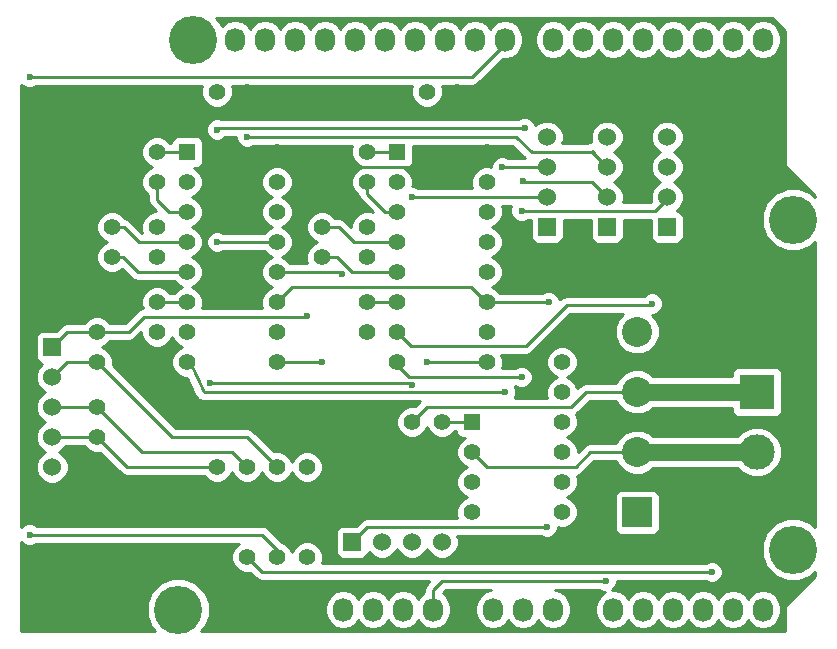
<source format=gtl>
G04 (created by PCBNEW (2013-june-11)-stable) date Sat 23 Jun 2018 09:18:03 EDT*
%MOIN*%
G04 Gerber Fmt 3.4, Leading zero omitted, Abs format*
%FSLAX34Y34*%
G01*
G70*
G90*
G04 APERTURE LIST*
%ADD10C,0.00393701*%
%ADD11O,0.068X0.08*%
%ADD12C,0.16*%
%ADD13C,0.055*%
%ADD14R,0.06X0.06*%
%ADD15C,0.06*%
%ADD16R,0.055X0.055*%
%ADD17R,0.1181X0.1181*%
%ADD18C,0.1181*%
%ADD19R,0.1X0.1*%
%ADD20C,0.1*%
%ADD21C,0.023622*%
%ADD22C,0.00984252*%
%ADD23C,0.0551181*%
%ADD24C,0.01*%
G04 APERTURE END LIST*
G54D10*
G54D11*
X54700Y-48750D03*
X55700Y-48750D03*
X56700Y-48750D03*
X57700Y-48750D03*
X58700Y-48750D03*
X59700Y-48750D03*
X60700Y-48750D03*
X61700Y-48750D03*
X63700Y-48750D03*
X64700Y-48750D03*
X65700Y-48750D03*
X66700Y-48750D03*
X67700Y-48750D03*
X68700Y-48750D03*
X51100Y-29750D03*
X52100Y-29750D03*
X53100Y-29750D03*
X54100Y-29750D03*
X55100Y-29750D03*
X56100Y-29750D03*
X57100Y-29750D03*
X58100Y-29750D03*
X59100Y-29750D03*
X60100Y-29750D03*
X61700Y-29750D03*
X62700Y-29750D03*
X63700Y-29750D03*
X64700Y-29750D03*
X65700Y-29750D03*
X66700Y-29750D03*
X67700Y-29750D03*
X68700Y-29750D03*
G54D12*
X49200Y-48750D03*
X69700Y-46750D03*
X49700Y-29750D03*
X69700Y-35750D03*
G54D13*
X46500Y-43000D03*
X46500Y-42000D03*
X46500Y-40500D03*
X46500Y-39500D03*
X62000Y-41500D03*
X62000Y-40500D03*
X57000Y-42500D03*
X58000Y-42500D03*
G54D14*
X45000Y-40000D03*
G54D15*
X45000Y-41000D03*
X45000Y-42000D03*
X45000Y-43000D03*
X45000Y-44000D03*
G54D14*
X65500Y-36000D03*
G54D15*
X65500Y-35000D03*
X65500Y-34000D03*
X65500Y-33000D03*
G54D14*
X63500Y-36000D03*
G54D15*
X63500Y-35000D03*
X63500Y-34000D03*
X63500Y-33000D03*
G54D14*
X61500Y-36000D03*
G54D15*
X61500Y-35000D03*
X61500Y-34000D03*
X61500Y-33000D03*
G54D16*
X59000Y-42500D03*
G54D13*
X59000Y-43500D03*
X59000Y-44500D03*
X59000Y-45500D03*
X62000Y-45500D03*
X62000Y-44500D03*
X62000Y-43500D03*
X62000Y-42500D03*
G54D16*
X50500Y-47000D03*
G54D13*
X51500Y-47000D03*
X52500Y-47000D03*
X53500Y-47000D03*
X53500Y-44000D03*
X52500Y-44000D03*
X51500Y-44000D03*
X50500Y-44000D03*
G54D16*
X56500Y-33500D03*
G54D13*
X56500Y-34500D03*
X56500Y-35500D03*
X56500Y-36500D03*
X56500Y-37500D03*
X56500Y-38500D03*
X56500Y-39500D03*
X56500Y-40500D03*
X59500Y-40500D03*
X59500Y-39500D03*
X59500Y-38500D03*
X59500Y-37500D03*
X59500Y-36500D03*
X59500Y-35500D03*
X59500Y-34500D03*
X59500Y-33500D03*
G54D16*
X49500Y-33500D03*
G54D13*
X49500Y-34500D03*
X49500Y-35500D03*
X49500Y-36500D03*
X49500Y-37500D03*
X49500Y-38500D03*
X49500Y-39500D03*
X49500Y-40500D03*
X52500Y-40500D03*
X52500Y-39500D03*
X52500Y-38500D03*
X52500Y-37500D03*
X52500Y-36500D03*
X52500Y-35500D03*
X52500Y-34500D03*
X52500Y-33500D03*
X48500Y-38500D03*
X48500Y-39500D03*
X51500Y-31500D03*
X50500Y-31500D03*
X47000Y-36000D03*
X47000Y-37000D03*
X48500Y-36000D03*
X48500Y-37000D03*
X55500Y-33500D03*
X55500Y-34500D03*
X55500Y-36000D03*
X55500Y-37000D03*
X54000Y-36000D03*
X54000Y-37000D03*
X55500Y-38500D03*
X55500Y-39500D03*
X58500Y-31500D03*
X57500Y-31500D03*
X48500Y-33500D03*
X48500Y-34500D03*
G54D17*
X68500Y-41500D03*
G54D18*
X68500Y-43500D03*
G54D19*
X64500Y-45511D03*
G54D20*
X64500Y-43503D03*
X64500Y-41496D03*
X64500Y-39488D03*
G54D14*
X55000Y-46500D03*
G54D15*
X56000Y-46500D03*
X57000Y-46500D03*
X58000Y-46500D03*
G54D21*
X63450Y-47800D03*
X67000Y-47500D03*
X44250Y-46250D03*
X44250Y-31000D03*
X61500Y-46000D03*
X61550Y-38500D03*
X54000Y-40500D03*
X54650Y-37550D03*
X57500Y-40500D03*
X60650Y-35450D03*
X60650Y-41000D03*
X50500Y-36500D03*
X50500Y-32750D03*
X60700Y-34450D03*
X60750Y-32700D03*
X60000Y-34000D03*
X60100Y-41500D03*
X65000Y-38550D03*
X51500Y-33000D03*
X50250Y-41200D03*
X57000Y-41250D03*
X57000Y-35000D03*
X53500Y-38950D03*
G54D22*
X57700Y-48100D02*
X57700Y-48750D01*
X58000Y-47800D02*
X57700Y-48100D01*
X63450Y-47800D02*
X58000Y-47800D01*
X59500Y-33500D02*
X59500Y-33550D01*
X53000Y-34000D02*
X52500Y-33500D01*
X59050Y-34000D02*
X53000Y-34000D01*
X59500Y-33550D02*
X59050Y-34000D01*
X67000Y-47500D02*
X66700Y-47500D01*
X51500Y-47000D02*
X52000Y-47500D01*
X66700Y-47500D02*
X64200Y-47500D01*
X64200Y-47500D02*
X52000Y-47500D01*
X60100Y-29750D02*
X60100Y-29900D01*
X52500Y-46750D02*
X52000Y-46250D01*
X52000Y-46250D02*
X44250Y-46250D01*
X52500Y-46750D02*
X52500Y-47000D01*
X59000Y-31000D02*
X44250Y-31000D01*
X60100Y-29900D02*
X59000Y-31000D01*
X55000Y-46500D02*
X55500Y-46000D01*
X55500Y-46000D02*
X61500Y-46000D01*
X59500Y-38500D02*
X59450Y-38500D01*
X53000Y-38000D02*
X52500Y-38500D01*
X58950Y-38000D02*
X53000Y-38000D01*
X59450Y-38500D02*
X58950Y-38000D01*
X61550Y-38500D02*
X59500Y-38500D01*
X54000Y-40500D02*
X52500Y-40500D01*
X54600Y-37500D02*
X54650Y-37550D01*
X52500Y-37500D02*
X54600Y-37500D01*
X57500Y-40500D02*
X59500Y-40500D01*
X58000Y-42500D02*
X59000Y-42500D01*
X64500Y-41496D02*
X62803Y-41496D01*
X57500Y-42000D02*
X57000Y-42500D01*
X62300Y-42000D02*
X57500Y-42000D01*
X62803Y-41496D02*
X62300Y-42000D01*
G54D23*
X68500Y-41500D02*
X64503Y-41500D01*
X64503Y-41500D02*
X64500Y-41496D01*
G54D22*
X47000Y-36000D02*
X47400Y-36000D01*
X47900Y-36500D02*
X49500Y-36500D01*
X47400Y-36000D02*
X47900Y-36500D01*
X49500Y-33500D02*
X48500Y-33500D01*
X50500Y-44000D02*
X47500Y-44000D01*
X47500Y-44000D02*
X46500Y-43000D01*
X46500Y-43000D02*
X45000Y-43000D01*
X56500Y-40500D02*
X56500Y-40600D01*
X65500Y-35050D02*
X65500Y-35000D01*
X65100Y-35450D02*
X65500Y-35050D01*
X60650Y-35450D02*
X65100Y-35450D01*
X56900Y-41000D02*
X60650Y-41000D01*
X56500Y-40600D02*
X56900Y-41000D01*
X48500Y-38500D02*
X49500Y-38500D01*
X54500Y-32700D02*
X50550Y-32700D01*
X50500Y-36500D02*
X52500Y-36500D01*
X50550Y-32700D02*
X50500Y-32750D01*
X63500Y-35000D02*
X63000Y-34500D01*
X60750Y-34500D02*
X63000Y-34500D01*
X60700Y-34450D02*
X60750Y-34500D01*
X54500Y-32700D02*
X54500Y-32700D01*
X54500Y-32700D02*
X60750Y-32700D01*
X49500Y-40500D02*
X49600Y-40500D01*
X60000Y-34000D02*
X61500Y-34000D01*
X50050Y-41500D02*
X60100Y-41500D01*
X49600Y-40500D02*
X50050Y-41500D01*
X56950Y-39950D02*
X56500Y-39500D01*
X60800Y-39950D02*
X56950Y-39950D01*
X62150Y-38600D02*
X60800Y-39950D01*
X64950Y-38600D02*
X62150Y-38600D01*
X65000Y-38550D02*
X64950Y-38600D01*
X54750Y-33000D02*
X54800Y-33000D01*
X54800Y-33000D02*
X60450Y-33000D01*
X60450Y-33000D02*
X61000Y-33500D01*
X61000Y-33500D02*
X63050Y-33500D01*
X63050Y-33500D02*
X63000Y-33450D01*
X63000Y-33450D02*
X63000Y-33500D01*
X63000Y-33500D02*
X63500Y-34000D01*
X51500Y-33000D02*
X54750Y-33000D01*
X61500Y-35000D02*
X57000Y-35000D01*
X56950Y-41200D02*
X50250Y-41200D01*
X57000Y-41250D02*
X56950Y-41200D01*
X46500Y-39500D02*
X47550Y-39500D01*
X53450Y-39000D02*
X53500Y-38950D01*
X48050Y-39000D02*
X53450Y-39000D01*
X47550Y-39500D02*
X48050Y-39000D01*
X46500Y-39500D02*
X45500Y-39500D01*
X45500Y-39500D02*
X45000Y-40000D01*
X52500Y-44000D02*
X51500Y-43000D01*
X49000Y-43000D02*
X46500Y-40500D01*
X51500Y-43000D02*
X49000Y-43000D01*
X46500Y-40500D02*
X45500Y-40500D01*
X45500Y-40500D02*
X45000Y-41000D01*
X47000Y-37000D02*
X47350Y-37000D01*
X47850Y-37500D02*
X49500Y-37500D01*
X47350Y-37000D02*
X47850Y-37500D01*
X54000Y-36000D02*
X54550Y-36000D01*
X55050Y-36500D02*
X56500Y-36500D01*
X54550Y-36000D02*
X55050Y-36500D01*
X55500Y-33500D02*
X56500Y-33500D01*
X55500Y-38500D02*
X56500Y-38500D01*
X54000Y-37000D02*
X54500Y-37000D01*
X55000Y-37500D02*
X56500Y-37500D01*
X54500Y-37000D02*
X55000Y-37500D01*
X55500Y-34500D02*
X55500Y-34900D01*
X56100Y-35500D02*
X56500Y-35500D01*
X55500Y-34900D02*
X56100Y-35500D01*
X48500Y-34500D02*
X48500Y-35100D01*
X48900Y-35500D02*
X49500Y-35500D01*
X48500Y-35100D02*
X48900Y-35500D01*
X51500Y-44000D02*
X51000Y-43500D01*
X48000Y-43500D02*
X46500Y-42000D01*
X51000Y-43500D02*
X48000Y-43500D01*
X46500Y-42000D02*
X45000Y-42000D01*
X64500Y-43503D02*
X62946Y-43503D01*
X59500Y-44000D02*
X59000Y-43500D01*
X62450Y-44000D02*
X59500Y-44000D01*
X62946Y-43503D02*
X62450Y-44000D01*
G54D23*
X68500Y-43500D02*
X64503Y-43500D01*
X64503Y-43500D02*
X64500Y-43503D01*
G54D10*
G36*
X60775Y-33700D02*
X60221Y-33700D01*
X60208Y-33688D01*
X60073Y-33631D01*
X59927Y-33631D01*
X59791Y-33687D01*
X59688Y-33791D01*
X59631Y-33926D01*
X59631Y-33986D01*
X59604Y-33975D01*
X59396Y-33974D01*
X59203Y-34054D01*
X59055Y-34202D01*
X58975Y-34395D01*
X58974Y-34603D01*
X59014Y-34700D01*
X57221Y-34700D01*
X57208Y-34688D01*
X57073Y-34631D01*
X57013Y-34631D01*
X57024Y-34604D01*
X57025Y-34396D01*
X56945Y-34203D01*
X56797Y-34055D01*
X56725Y-34025D01*
X56824Y-34025D01*
X56916Y-33987D01*
X56986Y-33916D01*
X57024Y-33824D01*
X57025Y-33725D01*
X57025Y-33299D01*
X60334Y-33299D01*
X60775Y-33700D01*
X60775Y-33700D01*
G37*
G54D24*
X60775Y-33700D02*
X60221Y-33700D01*
X60208Y-33688D01*
X60073Y-33631D01*
X59927Y-33631D01*
X59791Y-33687D01*
X59688Y-33791D01*
X59631Y-33926D01*
X59631Y-33986D01*
X59604Y-33975D01*
X59396Y-33974D01*
X59203Y-34054D01*
X59055Y-34202D01*
X58975Y-34395D01*
X58974Y-34603D01*
X59014Y-34700D01*
X57221Y-34700D01*
X57208Y-34688D01*
X57073Y-34631D01*
X57013Y-34631D01*
X57024Y-34604D01*
X57025Y-34396D01*
X56945Y-34203D01*
X56797Y-34055D01*
X56725Y-34025D01*
X56824Y-34025D01*
X56916Y-33987D01*
X56986Y-33916D01*
X57024Y-33824D01*
X57025Y-33725D01*
X57025Y-33299D01*
X60334Y-33299D01*
X60775Y-33700D01*
G54D10*
G36*
X70420Y-47634D02*
X69502Y-48552D01*
X69441Y-48643D01*
X69420Y-48750D01*
X69420Y-49470D01*
X49964Y-49470D01*
X50089Y-49345D01*
X50249Y-48959D01*
X50250Y-48542D01*
X50090Y-48156D01*
X49795Y-47860D01*
X49409Y-47700D01*
X48992Y-47699D01*
X48606Y-47859D01*
X48310Y-48154D01*
X48150Y-48540D01*
X48149Y-48957D01*
X48309Y-49344D01*
X48435Y-49470D01*
X43979Y-49470D01*
X43979Y-46500D01*
X44041Y-46561D01*
X44176Y-46618D01*
X44322Y-46618D01*
X44458Y-46562D01*
X44471Y-46549D01*
X51216Y-46549D01*
X51203Y-46554D01*
X51055Y-46702D01*
X50975Y-46895D01*
X50974Y-47103D01*
X51054Y-47297D01*
X51202Y-47444D01*
X51395Y-47524D01*
X51601Y-47525D01*
X51788Y-47711D01*
X51885Y-47776D01*
X51885Y-47776D01*
X52000Y-47799D01*
X57577Y-47799D01*
X57488Y-47888D01*
X57423Y-47985D01*
X57400Y-48100D01*
X57400Y-48181D01*
X57282Y-48260D01*
X57200Y-48384D01*
X57117Y-48260D01*
X56925Y-48132D01*
X56700Y-48087D01*
X56474Y-48132D01*
X56282Y-48260D01*
X56200Y-48384D01*
X56117Y-48260D01*
X55925Y-48132D01*
X55700Y-48087D01*
X55474Y-48132D01*
X55282Y-48260D01*
X55200Y-48384D01*
X55117Y-48260D01*
X54925Y-48132D01*
X54700Y-48087D01*
X54474Y-48132D01*
X54282Y-48260D01*
X54154Y-48451D01*
X54110Y-48677D01*
X54110Y-48822D01*
X54154Y-49048D01*
X54282Y-49239D01*
X54474Y-49367D01*
X54700Y-49412D01*
X54925Y-49367D01*
X55117Y-49239D01*
X55200Y-49115D01*
X55282Y-49239D01*
X55474Y-49367D01*
X55700Y-49412D01*
X55925Y-49367D01*
X56117Y-49239D01*
X56200Y-49115D01*
X56282Y-49239D01*
X56474Y-49367D01*
X56700Y-49412D01*
X56925Y-49367D01*
X57117Y-49239D01*
X57200Y-49115D01*
X57282Y-49239D01*
X57474Y-49367D01*
X57700Y-49412D01*
X57925Y-49367D01*
X58117Y-49239D01*
X58245Y-49048D01*
X58290Y-48822D01*
X58290Y-48677D01*
X58245Y-48451D01*
X58117Y-48260D01*
X58024Y-48198D01*
X58123Y-48099D01*
X59639Y-48099D01*
X59474Y-48132D01*
X59282Y-48260D01*
X59154Y-48451D01*
X59110Y-48677D01*
X59110Y-48822D01*
X59154Y-49048D01*
X59282Y-49239D01*
X59474Y-49367D01*
X59700Y-49412D01*
X59925Y-49367D01*
X60117Y-49239D01*
X60200Y-49115D01*
X60282Y-49239D01*
X60474Y-49367D01*
X60700Y-49412D01*
X60925Y-49367D01*
X61117Y-49239D01*
X61200Y-49115D01*
X61282Y-49239D01*
X61474Y-49367D01*
X61700Y-49412D01*
X61925Y-49367D01*
X62117Y-49239D01*
X62245Y-49048D01*
X62290Y-48822D01*
X62290Y-48677D01*
X62245Y-48451D01*
X62117Y-48260D01*
X61925Y-48132D01*
X61760Y-48099D01*
X63228Y-48099D01*
X63241Y-48111D01*
X63376Y-48168D01*
X63420Y-48168D01*
X63282Y-48260D01*
X63154Y-48451D01*
X63110Y-48677D01*
X63110Y-48822D01*
X63154Y-49048D01*
X63282Y-49239D01*
X63474Y-49367D01*
X63700Y-49412D01*
X63925Y-49367D01*
X64117Y-49239D01*
X64200Y-49115D01*
X64282Y-49239D01*
X64474Y-49367D01*
X64700Y-49412D01*
X64925Y-49367D01*
X65117Y-49239D01*
X65200Y-49115D01*
X65282Y-49239D01*
X65474Y-49367D01*
X65700Y-49412D01*
X65925Y-49367D01*
X66117Y-49239D01*
X66200Y-49115D01*
X66282Y-49239D01*
X66474Y-49367D01*
X66700Y-49412D01*
X66925Y-49367D01*
X67117Y-49239D01*
X67200Y-49115D01*
X67282Y-49239D01*
X67474Y-49367D01*
X67700Y-49412D01*
X67925Y-49367D01*
X68117Y-49239D01*
X68200Y-49115D01*
X68282Y-49239D01*
X68474Y-49367D01*
X68700Y-49412D01*
X68925Y-49367D01*
X69117Y-49239D01*
X69245Y-49048D01*
X69290Y-48822D01*
X69290Y-48677D01*
X69245Y-48451D01*
X69117Y-48260D01*
X68925Y-48132D01*
X68700Y-48087D01*
X68474Y-48132D01*
X68282Y-48260D01*
X68200Y-48384D01*
X68117Y-48260D01*
X67925Y-48132D01*
X67700Y-48087D01*
X67474Y-48132D01*
X67282Y-48260D01*
X67200Y-48384D01*
X67117Y-48260D01*
X66925Y-48132D01*
X66700Y-48087D01*
X66474Y-48132D01*
X66282Y-48260D01*
X66200Y-48384D01*
X66117Y-48260D01*
X65925Y-48132D01*
X65700Y-48087D01*
X65474Y-48132D01*
X65282Y-48260D01*
X65200Y-48384D01*
X65117Y-48260D01*
X64925Y-48132D01*
X64700Y-48087D01*
X64474Y-48132D01*
X64282Y-48260D01*
X64200Y-48384D01*
X64117Y-48260D01*
X63925Y-48132D01*
X63700Y-48087D01*
X63679Y-48091D01*
X63761Y-48008D01*
X63818Y-47873D01*
X63818Y-47799D01*
X64200Y-47799D01*
X66700Y-47799D01*
X66778Y-47799D01*
X66791Y-47811D01*
X66926Y-47868D01*
X67072Y-47868D01*
X67208Y-47812D01*
X67311Y-47708D01*
X67368Y-47573D01*
X67368Y-47427D01*
X67312Y-47291D01*
X67208Y-47188D01*
X67073Y-47131D01*
X66927Y-47131D01*
X66791Y-47187D01*
X66778Y-47200D01*
X66700Y-47200D01*
X65250Y-47200D01*
X65250Y-45962D01*
X65250Y-44962D01*
X65212Y-44870D01*
X65141Y-44799D01*
X65049Y-44761D01*
X64950Y-44761D01*
X63950Y-44761D01*
X63858Y-44799D01*
X63788Y-44870D01*
X63750Y-44961D01*
X63749Y-45061D01*
X63749Y-46061D01*
X63787Y-46153D01*
X63858Y-46223D01*
X63950Y-46261D01*
X64049Y-46261D01*
X65049Y-46261D01*
X65141Y-46223D01*
X65211Y-46153D01*
X65249Y-46061D01*
X65250Y-45962D01*
X65250Y-47200D01*
X64200Y-47200D01*
X53985Y-47200D01*
X54024Y-47104D01*
X54025Y-46896D01*
X53945Y-46703D01*
X53797Y-46555D01*
X53604Y-46475D01*
X53396Y-46474D01*
X53203Y-46554D01*
X53055Y-46702D01*
X52999Y-46835D01*
X52945Y-46703D01*
X52797Y-46555D01*
X52679Y-46505D01*
X52211Y-46038D01*
X52114Y-45973D01*
X52000Y-45950D01*
X44471Y-45950D01*
X44458Y-45938D01*
X44323Y-45881D01*
X44177Y-45881D01*
X44041Y-45937D01*
X43979Y-45999D01*
X43979Y-31250D01*
X44041Y-31311D01*
X44176Y-31368D01*
X44322Y-31368D01*
X44458Y-31312D01*
X44471Y-31299D01*
X50014Y-31299D01*
X49975Y-31395D01*
X49974Y-31603D01*
X50054Y-31797D01*
X50202Y-31944D01*
X50395Y-32024D01*
X50603Y-32025D01*
X50797Y-31945D01*
X50944Y-31797D01*
X51024Y-31604D01*
X51025Y-31396D01*
X50985Y-31299D01*
X57014Y-31299D01*
X56975Y-31395D01*
X56974Y-31603D01*
X57054Y-31797D01*
X57202Y-31944D01*
X57395Y-32024D01*
X57603Y-32025D01*
X57797Y-31945D01*
X57944Y-31797D01*
X58024Y-31604D01*
X58025Y-31396D01*
X57985Y-31299D01*
X59000Y-31299D01*
X59114Y-31276D01*
X59211Y-31211D01*
X60025Y-30397D01*
X60100Y-30412D01*
X60325Y-30367D01*
X60517Y-30239D01*
X60645Y-30048D01*
X60690Y-29822D01*
X60690Y-29677D01*
X60645Y-29451D01*
X60517Y-29260D01*
X60325Y-29132D01*
X60100Y-29087D01*
X59874Y-29132D01*
X59682Y-29260D01*
X59600Y-29384D01*
X59517Y-29260D01*
X59325Y-29132D01*
X59100Y-29087D01*
X58874Y-29132D01*
X58682Y-29260D01*
X58600Y-29384D01*
X58517Y-29260D01*
X58325Y-29132D01*
X58100Y-29087D01*
X57874Y-29132D01*
X57682Y-29260D01*
X57600Y-29384D01*
X57517Y-29260D01*
X57325Y-29132D01*
X57100Y-29087D01*
X56874Y-29132D01*
X56682Y-29260D01*
X56600Y-29384D01*
X56517Y-29260D01*
X56325Y-29132D01*
X56100Y-29087D01*
X55874Y-29132D01*
X55682Y-29260D01*
X55600Y-29384D01*
X55517Y-29260D01*
X55325Y-29132D01*
X55100Y-29087D01*
X54874Y-29132D01*
X54682Y-29260D01*
X54600Y-29384D01*
X54517Y-29260D01*
X54325Y-29132D01*
X54100Y-29087D01*
X53874Y-29132D01*
X53682Y-29260D01*
X53600Y-29384D01*
X53517Y-29260D01*
X53325Y-29132D01*
X53100Y-29087D01*
X52874Y-29132D01*
X52682Y-29260D01*
X52600Y-29384D01*
X52517Y-29260D01*
X52325Y-29132D01*
X52100Y-29087D01*
X51874Y-29132D01*
X51682Y-29260D01*
X51600Y-29384D01*
X51517Y-29260D01*
X51325Y-29132D01*
X51100Y-29087D01*
X50874Y-29132D01*
X50682Y-29260D01*
X50652Y-29305D01*
X50590Y-29156D01*
X50464Y-29029D01*
X68984Y-29029D01*
X69420Y-29465D01*
X69420Y-33850D01*
X69441Y-33956D01*
X69502Y-34047D01*
X70420Y-34965D01*
X70420Y-34985D01*
X70295Y-34860D01*
X69909Y-34700D01*
X69492Y-34699D01*
X69290Y-34783D01*
X69290Y-29822D01*
X69290Y-29677D01*
X69245Y-29451D01*
X69117Y-29260D01*
X68925Y-29132D01*
X68700Y-29087D01*
X68474Y-29132D01*
X68282Y-29260D01*
X68200Y-29384D01*
X68117Y-29260D01*
X67925Y-29132D01*
X67700Y-29087D01*
X67474Y-29132D01*
X67282Y-29260D01*
X67200Y-29384D01*
X67117Y-29260D01*
X66925Y-29132D01*
X66700Y-29087D01*
X66474Y-29132D01*
X66282Y-29260D01*
X66200Y-29384D01*
X66117Y-29260D01*
X65925Y-29132D01*
X65700Y-29087D01*
X65474Y-29132D01*
X65282Y-29260D01*
X65200Y-29384D01*
X65117Y-29260D01*
X64925Y-29132D01*
X64700Y-29087D01*
X64474Y-29132D01*
X64282Y-29260D01*
X64200Y-29384D01*
X64117Y-29260D01*
X63925Y-29132D01*
X63700Y-29087D01*
X63474Y-29132D01*
X63282Y-29260D01*
X63200Y-29384D01*
X63117Y-29260D01*
X62925Y-29132D01*
X62700Y-29087D01*
X62474Y-29132D01*
X62282Y-29260D01*
X62200Y-29384D01*
X62117Y-29260D01*
X61925Y-29132D01*
X61700Y-29087D01*
X61474Y-29132D01*
X61282Y-29260D01*
X61154Y-29451D01*
X61110Y-29677D01*
X61110Y-29822D01*
X61154Y-30048D01*
X61282Y-30239D01*
X61474Y-30367D01*
X61700Y-30412D01*
X61925Y-30367D01*
X62117Y-30239D01*
X62200Y-30115D01*
X62282Y-30239D01*
X62474Y-30367D01*
X62700Y-30412D01*
X62925Y-30367D01*
X63117Y-30239D01*
X63200Y-30115D01*
X63282Y-30239D01*
X63474Y-30367D01*
X63700Y-30412D01*
X63925Y-30367D01*
X64117Y-30239D01*
X64200Y-30115D01*
X64282Y-30239D01*
X64474Y-30367D01*
X64700Y-30412D01*
X64925Y-30367D01*
X65117Y-30239D01*
X65200Y-30115D01*
X65282Y-30239D01*
X65474Y-30367D01*
X65700Y-30412D01*
X65925Y-30367D01*
X66117Y-30239D01*
X66200Y-30115D01*
X66282Y-30239D01*
X66474Y-30367D01*
X66700Y-30412D01*
X66925Y-30367D01*
X67117Y-30239D01*
X67200Y-30115D01*
X67282Y-30239D01*
X67474Y-30367D01*
X67700Y-30412D01*
X67925Y-30367D01*
X68117Y-30239D01*
X68200Y-30115D01*
X68282Y-30239D01*
X68474Y-30367D01*
X68700Y-30412D01*
X68925Y-30367D01*
X69117Y-30239D01*
X69245Y-30048D01*
X69290Y-29822D01*
X69290Y-34783D01*
X69106Y-34859D01*
X68810Y-35154D01*
X68650Y-35540D01*
X68649Y-35957D01*
X68809Y-36344D01*
X69104Y-36639D01*
X69490Y-36799D01*
X69907Y-36800D01*
X70294Y-36640D01*
X70420Y-36514D01*
X70420Y-45985D01*
X70295Y-45860D01*
X69909Y-45700D01*
X69492Y-45699D01*
X69340Y-45762D01*
X69340Y-43333D01*
X69212Y-43024D01*
X68976Y-42787D01*
X68667Y-42659D01*
X68333Y-42659D01*
X68024Y-42787D01*
X67836Y-42974D01*
X65031Y-42974D01*
X64925Y-42868D01*
X64649Y-42754D01*
X64351Y-42753D01*
X64075Y-42867D01*
X63864Y-43078D01*
X63812Y-43204D01*
X62946Y-43204D01*
X62831Y-43227D01*
X62734Y-43292D01*
X62524Y-43501D01*
X62525Y-43396D01*
X62445Y-43203D01*
X62297Y-43055D01*
X62164Y-42999D01*
X62297Y-42945D01*
X62444Y-42797D01*
X62524Y-42604D01*
X62525Y-42396D01*
X62462Y-42244D01*
X62511Y-42211D01*
X62927Y-41795D01*
X63812Y-41795D01*
X63863Y-41920D01*
X64074Y-42131D01*
X64350Y-42245D01*
X64648Y-42246D01*
X64924Y-42132D01*
X65031Y-42025D01*
X67659Y-42025D01*
X67659Y-42140D01*
X67697Y-42231D01*
X67767Y-42302D01*
X67859Y-42340D01*
X67959Y-42340D01*
X69140Y-42340D01*
X69231Y-42302D01*
X69302Y-42232D01*
X69340Y-42140D01*
X69340Y-42040D01*
X69340Y-40859D01*
X69302Y-40768D01*
X69232Y-40697D01*
X69140Y-40659D01*
X69040Y-40659D01*
X67859Y-40659D01*
X67768Y-40697D01*
X67697Y-40767D01*
X67659Y-40859D01*
X67659Y-40959D01*
X67659Y-40974D01*
X65038Y-40974D01*
X64925Y-40860D01*
X64649Y-40746D01*
X64351Y-40745D01*
X64075Y-40859D01*
X63864Y-41070D01*
X63812Y-41196D01*
X62803Y-41196D01*
X62689Y-41219D01*
X62592Y-41284D01*
X62512Y-41364D01*
X62445Y-41203D01*
X62297Y-41055D01*
X62164Y-40999D01*
X62297Y-40945D01*
X62444Y-40797D01*
X62524Y-40604D01*
X62525Y-40396D01*
X62445Y-40203D01*
X62297Y-40055D01*
X62104Y-39975D01*
X61896Y-39974D01*
X61703Y-40054D01*
X61555Y-40202D01*
X61475Y-40395D01*
X61474Y-40603D01*
X61554Y-40797D01*
X61702Y-40944D01*
X61835Y-41000D01*
X61703Y-41054D01*
X61555Y-41202D01*
X61475Y-41395D01*
X61474Y-41603D01*
X61514Y-41700D01*
X60415Y-41700D01*
X60468Y-41573D01*
X60468Y-41427D01*
X60415Y-41299D01*
X60428Y-41299D01*
X60441Y-41311D01*
X60576Y-41368D01*
X60722Y-41368D01*
X60858Y-41312D01*
X60961Y-41208D01*
X61018Y-41073D01*
X61018Y-40927D01*
X60962Y-40791D01*
X60858Y-40688D01*
X60723Y-40631D01*
X60577Y-40631D01*
X60441Y-40687D01*
X60428Y-40700D01*
X59985Y-40700D01*
X60024Y-40604D01*
X60025Y-40396D01*
X59964Y-40249D01*
X60800Y-40249D01*
X60914Y-40226D01*
X61011Y-40161D01*
X62273Y-38899D01*
X64028Y-38899D01*
X63864Y-39062D01*
X63750Y-39338D01*
X63749Y-39636D01*
X63863Y-39912D01*
X64074Y-40123D01*
X64350Y-40238D01*
X64648Y-40238D01*
X64924Y-40124D01*
X65135Y-39913D01*
X65249Y-39638D01*
X65250Y-39339D01*
X65136Y-39063D01*
X64990Y-38918D01*
X65072Y-38918D01*
X65208Y-38862D01*
X65311Y-38758D01*
X65368Y-38623D01*
X65368Y-38477D01*
X65312Y-38341D01*
X65208Y-38238D01*
X65073Y-38181D01*
X64927Y-38181D01*
X64791Y-38237D01*
X64728Y-38300D01*
X62150Y-38300D01*
X62035Y-38323D01*
X61938Y-38388D01*
X61912Y-38414D01*
X61862Y-38291D01*
X61758Y-38188D01*
X61623Y-38131D01*
X61477Y-38131D01*
X61341Y-38187D01*
X61328Y-38200D01*
X59943Y-38200D01*
X59797Y-38055D01*
X59664Y-37999D01*
X59797Y-37945D01*
X59944Y-37797D01*
X60024Y-37604D01*
X60025Y-37396D01*
X59945Y-37203D01*
X59797Y-37055D01*
X59664Y-36999D01*
X59797Y-36945D01*
X59944Y-36797D01*
X60024Y-36604D01*
X60025Y-36396D01*
X59945Y-36203D01*
X59797Y-36055D01*
X59664Y-35999D01*
X59797Y-35945D01*
X59944Y-35797D01*
X60024Y-35604D01*
X60025Y-35396D01*
X59985Y-35299D01*
X60314Y-35299D01*
X60281Y-35376D01*
X60281Y-35522D01*
X60337Y-35658D01*
X60441Y-35761D01*
X60576Y-35818D01*
X60722Y-35818D01*
X60858Y-35762D01*
X60871Y-35749D01*
X60949Y-35749D01*
X60949Y-35749D01*
X60949Y-36349D01*
X60987Y-36441D01*
X61058Y-36511D01*
X61150Y-36549D01*
X61249Y-36550D01*
X61849Y-36550D01*
X61941Y-36512D01*
X62011Y-36441D01*
X62049Y-36349D01*
X62050Y-36250D01*
X62050Y-35749D01*
X62949Y-35749D01*
X62949Y-35749D01*
X62949Y-36349D01*
X62987Y-36441D01*
X63058Y-36511D01*
X63150Y-36549D01*
X63249Y-36550D01*
X63849Y-36550D01*
X63941Y-36512D01*
X64011Y-36441D01*
X64049Y-36349D01*
X64050Y-36250D01*
X64050Y-35749D01*
X64949Y-35749D01*
X64949Y-35749D01*
X64949Y-36349D01*
X64987Y-36441D01*
X65058Y-36511D01*
X65150Y-36549D01*
X65249Y-36550D01*
X65849Y-36550D01*
X65941Y-36512D01*
X66011Y-36441D01*
X66049Y-36349D01*
X66050Y-36250D01*
X66050Y-35650D01*
X66012Y-35558D01*
X65941Y-35488D01*
X65849Y-35450D01*
X65827Y-35450D01*
X65965Y-35311D01*
X66049Y-35109D01*
X66050Y-34891D01*
X65966Y-34688D01*
X65811Y-34534D01*
X65730Y-34500D01*
X65811Y-34466D01*
X65965Y-34311D01*
X66049Y-34109D01*
X66050Y-33891D01*
X65966Y-33688D01*
X65811Y-33534D01*
X65730Y-33500D01*
X65811Y-33466D01*
X65965Y-33311D01*
X66049Y-33109D01*
X66050Y-32891D01*
X65966Y-32688D01*
X65811Y-32534D01*
X65609Y-32450D01*
X65391Y-32449D01*
X65188Y-32533D01*
X65034Y-32688D01*
X64950Y-32890D01*
X64949Y-33108D01*
X65033Y-33311D01*
X65188Y-33465D01*
X65269Y-33499D01*
X65188Y-33533D01*
X65034Y-33688D01*
X64950Y-33890D01*
X64949Y-34108D01*
X65033Y-34311D01*
X65188Y-34465D01*
X65269Y-34499D01*
X65188Y-34533D01*
X65034Y-34688D01*
X64950Y-34890D01*
X64949Y-35108D01*
X64967Y-35150D01*
X64032Y-35150D01*
X64049Y-35109D01*
X64050Y-34891D01*
X63966Y-34688D01*
X63811Y-34534D01*
X63730Y-34500D01*
X63811Y-34466D01*
X63965Y-34311D01*
X64049Y-34109D01*
X64050Y-33891D01*
X63966Y-33688D01*
X63811Y-33534D01*
X63730Y-33500D01*
X63811Y-33466D01*
X63965Y-33311D01*
X64049Y-33109D01*
X64050Y-32891D01*
X63966Y-32688D01*
X63811Y-32534D01*
X63609Y-32450D01*
X63391Y-32449D01*
X63188Y-32533D01*
X63034Y-32688D01*
X62950Y-32890D01*
X62949Y-33108D01*
X62969Y-33156D01*
X62885Y-33173D01*
X62844Y-33200D01*
X62012Y-33200D01*
X62049Y-33109D01*
X62050Y-32891D01*
X61966Y-32688D01*
X61811Y-32534D01*
X61609Y-32450D01*
X61391Y-32449D01*
X61188Y-32533D01*
X61111Y-32610D01*
X61062Y-32491D01*
X60958Y-32388D01*
X60823Y-32331D01*
X60677Y-32331D01*
X60541Y-32387D01*
X60528Y-32400D01*
X54500Y-32400D01*
X50618Y-32400D01*
X50573Y-32381D01*
X50427Y-32381D01*
X50291Y-32437D01*
X50188Y-32541D01*
X50131Y-32676D01*
X50131Y-32822D01*
X50187Y-32958D01*
X50291Y-33061D01*
X50426Y-33118D01*
X50572Y-33118D01*
X50708Y-33062D01*
X50771Y-32999D01*
X51131Y-32999D01*
X51131Y-33072D01*
X51187Y-33208D01*
X51291Y-33311D01*
X51426Y-33368D01*
X51572Y-33368D01*
X51708Y-33312D01*
X51721Y-33299D01*
X54750Y-33299D01*
X54800Y-33299D01*
X55014Y-33299D01*
X54975Y-33395D01*
X54974Y-33603D01*
X55054Y-33797D01*
X55202Y-33944D01*
X55335Y-34000D01*
X55203Y-34054D01*
X55055Y-34202D01*
X54975Y-34395D01*
X54974Y-34603D01*
X55054Y-34797D01*
X55202Y-34944D01*
X55210Y-34948D01*
X55223Y-35014D01*
X55288Y-35111D01*
X55685Y-35508D01*
X55604Y-35475D01*
X55396Y-35474D01*
X55203Y-35554D01*
X55055Y-35702D01*
X54975Y-35895D01*
X54974Y-36001D01*
X54761Y-35788D01*
X54664Y-35723D01*
X54550Y-35700D01*
X54443Y-35700D01*
X54297Y-35555D01*
X54104Y-35475D01*
X53896Y-35474D01*
X53703Y-35554D01*
X53555Y-35702D01*
X53475Y-35895D01*
X53474Y-36103D01*
X53554Y-36297D01*
X53702Y-36444D01*
X53835Y-36500D01*
X53703Y-36554D01*
X53555Y-36702D01*
X53475Y-36895D01*
X53474Y-37103D01*
X53514Y-37200D01*
X52943Y-37200D01*
X52797Y-37055D01*
X52664Y-36999D01*
X52797Y-36945D01*
X52944Y-36797D01*
X53024Y-36604D01*
X53025Y-36396D01*
X52945Y-36203D01*
X52797Y-36055D01*
X52664Y-35999D01*
X52797Y-35945D01*
X52944Y-35797D01*
X53024Y-35604D01*
X53025Y-35396D01*
X52945Y-35203D01*
X52797Y-35055D01*
X52664Y-34999D01*
X52797Y-34945D01*
X52944Y-34797D01*
X53024Y-34604D01*
X53025Y-34396D01*
X52945Y-34203D01*
X52797Y-34055D01*
X52604Y-33975D01*
X52396Y-33974D01*
X52203Y-34054D01*
X52055Y-34202D01*
X51975Y-34395D01*
X51974Y-34603D01*
X52054Y-34797D01*
X52202Y-34944D01*
X52335Y-35000D01*
X52203Y-35054D01*
X52055Y-35202D01*
X51975Y-35395D01*
X51974Y-35603D01*
X52054Y-35797D01*
X52202Y-35944D01*
X52335Y-36000D01*
X52203Y-36054D01*
X52056Y-36200D01*
X50721Y-36200D01*
X50708Y-36188D01*
X50573Y-36131D01*
X50427Y-36131D01*
X50291Y-36187D01*
X50188Y-36291D01*
X50131Y-36426D01*
X50131Y-36572D01*
X50187Y-36708D01*
X50291Y-36811D01*
X50426Y-36868D01*
X50572Y-36868D01*
X50708Y-36812D01*
X50721Y-36799D01*
X52056Y-36799D01*
X52202Y-36944D01*
X52335Y-37000D01*
X52203Y-37054D01*
X52055Y-37202D01*
X51975Y-37395D01*
X51974Y-37603D01*
X52054Y-37797D01*
X52202Y-37944D01*
X52335Y-38000D01*
X52203Y-38054D01*
X52055Y-38202D01*
X51975Y-38395D01*
X51974Y-38603D01*
X52014Y-38700D01*
X49985Y-38700D01*
X50024Y-38604D01*
X50025Y-38396D01*
X49945Y-38203D01*
X49797Y-38055D01*
X49664Y-37999D01*
X49797Y-37945D01*
X49944Y-37797D01*
X50024Y-37604D01*
X50025Y-37396D01*
X49945Y-37203D01*
X49797Y-37055D01*
X49664Y-36999D01*
X49797Y-36945D01*
X49944Y-36797D01*
X50024Y-36604D01*
X50025Y-36396D01*
X49945Y-36203D01*
X49797Y-36055D01*
X49664Y-35999D01*
X49797Y-35945D01*
X49944Y-35797D01*
X50024Y-35604D01*
X50025Y-35396D01*
X49945Y-35203D01*
X49797Y-35055D01*
X49664Y-34999D01*
X49797Y-34945D01*
X49944Y-34797D01*
X50024Y-34604D01*
X50025Y-34396D01*
X49945Y-34203D01*
X49797Y-34055D01*
X49725Y-34025D01*
X49824Y-34025D01*
X49916Y-33987D01*
X49986Y-33916D01*
X50024Y-33824D01*
X50025Y-33725D01*
X50025Y-33175D01*
X49987Y-33083D01*
X49916Y-33013D01*
X49824Y-32975D01*
X49725Y-32974D01*
X49175Y-32974D01*
X49083Y-33012D01*
X49013Y-33083D01*
X48975Y-33175D01*
X48975Y-33200D01*
X48943Y-33200D01*
X48797Y-33055D01*
X48604Y-32975D01*
X48396Y-32974D01*
X48203Y-33054D01*
X48055Y-33202D01*
X47975Y-33395D01*
X47974Y-33603D01*
X48054Y-33797D01*
X48202Y-33944D01*
X48335Y-34000D01*
X48203Y-34054D01*
X48055Y-34202D01*
X47975Y-34395D01*
X47974Y-34603D01*
X48054Y-34797D01*
X48200Y-34943D01*
X48200Y-35100D01*
X48223Y-35214D01*
X48288Y-35311D01*
X48451Y-35474D01*
X48396Y-35474D01*
X48203Y-35554D01*
X48055Y-35702D01*
X47975Y-35895D01*
X47974Y-36103D01*
X48008Y-36185D01*
X47611Y-35788D01*
X47514Y-35723D01*
X47448Y-35710D01*
X47445Y-35703D01*
X47297Y-35555D01*
X47104Y-35475D01*
X46896Y-35474D01*
X46703Y-35554D01*
X46555Y-35702D01*
X46475Y-35895D01*
X46474Y-36103D01*
X46554Y-36297D01*
X46702Y-36444D01*
X46835Y-36500D01*
X46703Y-36554D01*
X46555Y-36702D01*
X46475Y-36895D01*
X46474Y-37103D01*
X46554Y-37297D01*
X46702Y-37444D01*
X46895Y-37524D01*
X47103Y-37525D01*
X47297Y-37445D01*
X47334Y-37407D01*
X47638Y-37711D01*
X47735Y-37776D01*
X47735Y-37776D01*
X47850Y-37799D01*
X49056Y-37799D01*
X49202Y-37944D01*
X49335Y-38000D01*
X49203Y-38054D01*
X49056Y-38200D01*
X48943Y-38200D01*
X48797Y-38055D01*
X48604Y-37975D01*
X48396Y-37974D01*
X48203Y-38054D01*
X48055Y-38202D01*
X47975Y-38395D01*
X47974Y-38603D01*
X48017Y-38707D01*
X48017Y-38707D01*
X47935Y-38723D01*
X47838Y-38788D01*
X47426Y-39200D01*
X46943Y-39200D01*
X46797Y-39055D01*
X46604Y-38975D01*
X46396Y-38974D01*
X46203Y-39054D01*
X46056Y-39200D01*
X45500Y-39200D01*
X45385Y-39223D01*
X45288Y-39288D01*
X45126Y-39449D01*
X44650Y-39449D01*
X44558Y-39487D01*
X44488Y-39558D01*
X44450Y-39650D01*
X44449Y-39749D01*
X44449Y-40349D01*
X44487Y-40441D01*
X44558Y-40511D01*
X44650Y-40549D01*
X44672Y-40549D01*
X44534Y-40688D01*
X44450Y-40890D01*
X44449Y-41108D01*
X44533Y-41311D01*
X44688Y-41465D01*
X44769Y-41499D01*
X44688Y-41533D01*
X44534Y-41688D01*
X44450Y-41890D01*
X44449Y-42108D01*
X44533Y-42311D01*
X44688Y-42465D01*
X44769Y-42499D01*
X44688Y-42533D01*
X44534Y-42688D01*
X44450Y-42890D01*
X44449Y-43108D01*
X44533Y-43311D01*
X44688Y-43465D01*
X44769Y-43499D01*
X44688Y-43533D01*
X44534Y-43688D01*
X44450Y-43890D01*
X44449Y-44108D01*
X44533Y-44311D01*
X44688Y-44465D01*
X44890Y-44549D01*
X45108Y-44550D01*
X45311Y-44466D01*
X45465Y-44311D01*
X45549Y-44109D01*
X45550Y-43891D01*
X45466Y-43688D01*
X45311Y-43534D01*
X45230Y-43500D01*
X45311Y-43466D01*
X45465Y-43311D01*
X45471Y-43299D01*
X46056Y-43299D01*
X46202Y-43444D01*
X46395Y-43524D01*
X46601Y-43525D01*
X47288Y-44211D01*
X47385Y-44276D01*
X47385Y-44276D01*
X47404Y-44280D01*
X47500Y-44299D01*
X50056Y-44299D01*
X50202Y-44444D01*
X50395Y-44524D01*
X50603Y-44525D01*
X50797Y-44445D01*
X50944Y-44297D01*
X51000Y-44164D01*
X51054Y-44297D01*
X51202Y-44444D01*
X51395Y-44524D01*
X51603Y-44525D01*
X51797Y-44445D01*
X51944Y-44297D01*
X52000Y-44164D01*
X52054Y-44297D01*
X52202Y-44444D01*
X52395Y-44524D01*
X52603Y-44525D01*
X52797Y-44445D01*
X52944Y-44297D01*
X53000Y-44164D01*
X53054Y-44297D01*
X53202Y-44444D01*
X53395Y-44524D01*
X53603Y-44525D01*
X53797Y-44445D01*
X53944Y-44297D01*
X54024Y-44104D01*
X54025Y-43896D01*
X53945Y-43703D01*
X53797Y-43555D01*
X53604Y-43475D01*
X53396Y-43474D01*
X53203Y-43554D01*
X53055Y-43702D01*
X52999Y-43835D01*
X52945Y-43703D01*
X52797Y-43555D01*
X52604Y-43475D01*
X52398Y-43474D01*
X51711Y-42788D01*
X51614Y-42723D01*
X51500Y-42700D01*
X49123Y-42700D01*
X47024Y-40601D01*
X47025Y-40396D01*
X46945Y-40203D01*
X46797Y-40055D01*
X46664Y-39999D01*
X46797Y-39945D01*
X46943Y-39799D01*
X47550Y-39799D01*
X47664Y-39776D01*
X47761Y-39711D01*
X47975Y-39498D01*
X47974Y-39603D01*
X48054Y-39797D01*
X48202Y-39944D01*
X48395Y-40024D01*
X48603Y-40025D01*
X48797Y-39945D01*
X48944Y-39797D01*
X49000Y-39664D01*
X49054Y-39797D01*
X49202Y-39944D01*
X49335Y-40000D01*
X49203Y-40054D01*
X49055Y-40202D01*
X48975Y-40395D01*
X48974Y-40603D01*
X49054Y-40797D01*
X49202Y-40944D01*
X49395Y-41024D01*
X49507Y-41025D01*
X49776Y-41622D01*
X49818Y-41681D01*
X49838Y-41711D01*
X49840Y-41713D01*
X49844Y-41717D01*
X49902Y-41754D01*
X49935Y-41776D01*
X49938Y-41777D01*
X49943Y-41779D01*
X50006Y-41790D01*
X50050Y-41799D01*
X50057Y-41799D01*
X50058Y-41799D01*
X50058Y-41799D01*
X57277Y-41799D01*
X57101Y-41975D01*
X56896Y-41974D01*
X56703Y-42054D01*
X56555Y-42202D01*
X56475Y-42395D01*
X56474Y-42603D01*
X56554Y-42797D01*
X56702Y-42944D01*
X56895Y-43024D01*
X57103Y-43025D01*
X57297Y-42945D01*
X57444Y-42797D01*
X57500Y-42664D01*
X57554Y-42797D01*
X57702Y-42944D01*
X57895Y-43024D01*
X58103Y-43025D01*
X58297Y-42945D01*
X58443Y-42799D01*
X58474Y-42799D01*
X58474Y-42824D01*
X58512Y-42916D01*
X58583Y-42986D01*
X58675Y-43024D01*
X58774Y-43025D01*
X58774Y-43025D01*
X58703Y-43054D01*
X58555Y-43202D01*
X58475Y-43395D01*
X58474Y-43603D01*
X58554Y-43797D01*
X58702Y-43944D01*
X58835Y-44000D01*
X58703Y-44054D01*
X58555Y-44202D01*
X58475Y-44395D01*
X58474Y-44603D01*
X58554Y-44797D01*
X58702Y-44944D01*
X58835Y-45000D01*
X58703Y-45054D01*
X58555Y-45202D01*
X58475Y-45395D01*
X58474Y-45603D01*
X58514Y-45700D01*
X55500Y-45700D01*
X55385Y-45723D01*
X55288Y-45788D01*
X55126Y-45949D01*
X54650Y-45949D01*
X54558Y-45987D01*
X54488Y-46058D01*
X54450Y-46150D01*
X54449Y-46249D01*
X54449Y-46849D01*
X54487Y-46941D01*
X54558Y-47011D01*
X54650Y-47049D01*
X54749Y-47050D01*
X55349Y-47050D01*
X55441Y-47012D01*
X55511Y-46941D01*
X55549Y-46849D01*
X55549Y-46827D01*
X55688Y-46965D01*
X55890Y-47049D01*
X56108Y-47050D01*
X56311Y-46966D01*
X56465Y-46811D01*
X56499Y-46730D01*
X56533Y-46811D01*
X56688Y-46965D01*
X56890Y-47049D01*
X57108Y-47050D01*
X57311Y-46966D01*
X57465Y-46811D01*
X57499Y-46730D01*
X57533Y-46811D01*
X57688Y-46965D01*
X57890Y-47049D01*
X58108Y-47050D01*
X58311Y-46966D01*
X58465Y-46811D01*
X58549Y-46609D01*
X58550Y-46391D01*
X58512Y-46299D01*
X61278Y-46299D01*
X61291Y-46311D01*
X61426Y-46368D01*
X61572Y-46368D01*
X61708Y-46312D01*
X61811Y-46208D01*
X61868Y-46073D01*
X61868Y-46013D01*
X61895Y-46024D01*
X62103Y-46025D01*
X62297Y-45945D01*
X62444Y-45797D01*
X62524Y-45604D01*
X62525Y-45396D01*
X62445Y-45203D01*
X62297Y-45055D01*
X62164Y-44999D01*
X62297Y-44945D01*
X62444Y-44797D01*
X62524Y-44604D01*
X62525Y-44396D01*
X62482Y-44292D01*
X62564Y-44276D01*
X62661Y-44211D01*
X63070Y-43803D01*
X63812Y-43803D01*
X63863Y-43928D01*
X64074Y-44139D01*
X64350Y-44253D01*
X64648Y-44254D01*
X64924Y-44140D01*
X65039Y-44025D01*
X67837Y-44025D01*
X68023Y-44212D01*
X68332Y-44340D01*
X68666Y-44340D01*
X68975Y-44212D01*
X69212Y-43976D01*
X69340Y-43667D01*
X69340Y-43333D01*
X69340Y-45762D01*
X69106Y-45859D01*
X68810Y-46154D01*
X68650Y-46540D01*
X68649Y-46957D01*
X68809Y-47344D01*
X69104Y-47639D01*
X69490Y-47799D01*
X69907Y-47800D01*
X70294Y-47640D01*
X70420Y-47514D01*
X70420Y-47634D01*
X70420Y-47634D01*
G37*
G54D24*
X70420Y-47634D02*
X69502Y-48552D01*
X69441Y-48643D01*
X69420Y-48750D01*
X69420Y-49470D01*
X49964Y-49470D01*
X50089Y-49345D01*
X50249Y-48959D01*
X50250Y-48542D01*
X50090Y-48156D01*
X49795Y-47860D01*
X49409Y-47700D01*
X48992Y-47699D01*
X48606Y-47859D01*
X48310Y-48154D01*
X48150Y-48540D01*
X48149Y-48957D01*
X48309Y-49344D01*
X48435Y-49470D01*
X43979Y-49470D01*
X43979Y-46500D01*
X44041Y-46561D01*
X44176Y-46618D01*
X44322Y-46618D01*
X44458Y-46562D01*
X44471Y-46549D01*
X51216Y-46549D01*
X51203Y-46554D01*
X51055Y-46702D01*
X50975Y-46895D01*
X50974Y-47103D01*
X51054Y-47297D01*
X51202Y-47444D01*
X51395Y-47524D01*
X51601Y-47525D01*
X51788Y-47711D01*
X51885Y-47776D01*
X51885Y-47776D01*
X52000Y-47799D01*
X57577Y-47799D01*
X57488Y-47888D01*
X57423Y-47985D01*
X57400Y-48100D01*
X57400Y-48181D01*
X57282Y-48260D01*
X57200Y-48384D01*
X57117Y-48260D01*
X56925Y-48132D01*
X56700Y-48087D01*
X56474Y-48132D01*
X56282Y-48260D01*
X56200Y-48384D01*
X56117Y-48260D01*
X55925Y-48132D01*
X55700Y-48087D01*
X55474Y-48132D01*
X55282Y-48260D01*
X55200Y-48384D01*
X55117Y-48260D01*
X54925Y-48132D01*
X54700Y-48087D01*
X54474Y-48132D01*
X54282Y-48260D01*
X54154Y-48451D01*
X54110Y-48677D01*
X54110Y-48822D01*
X54154Y-49048D01*
X54282Y-49239D01*
X54474Y-49367D01*
X54700Y-49412D01*
X54925Y-49367D01*
X55117Y-49239D01*
X55200Y-49115D01*
X55282Y-49239D01*
X55474Y-49367D01*
X55700Y-49412D01*
X55925Y-49367D01*
X56117Y-49239D01*
X56200Y-49115D01*
X56282Y-49239D01*
X56474Y-49367D01*
X56700Y-49412D01*
X56925Y-49367D01*
X57117Y-49239D01*
X57200Y-49115D01*
X57282Y-49239D01*
X57474Y-49367D01*
X57700Y-49412D01*
X57925Y-49367D01*
X58117Y-49239D01*
X58245Y-49048D01*
X58290Y-48822D01*
X58290Y-48677D01*
X58245Y-48451D01*
X58117Y-48260D01*
X58024Y-48198D01*
X58123Y-48099D01*
X59639Y-48099D01*
X59474Y-48132D01*
X59282Y-48260D01*
X59154Y-48451D01*
X59110Y-48677D01*
X59110Y-48822D01*
X59154Y-49048D01*
X59282Y-49239D01*
X59474Y-49367D01*
X59700Y-49412D01*
X59925Y-49367D01*
X60117Y-49239D01*
X60200Y-49115D01*
X60282Y-49239D01*
X60474Y-49367D01*
X60700Y-49412D01*
X60925Y-49367D01*
X61117Y-49239D01*
X61200Y-49115D01*
X61282Y-49239D01*
X61474Y-49367D01*
X61700Y-49412D01*
X61925Y-49367D01*
X62117Y-49239D01*
X62245Y-49048D01*
X62290Y-48822D01*
X62290Y-48677D01*
X62245Y-48451D01*
X62117Y-48260D01*
X61925Y-48132D01*
X61760Y-48099D01*
X63228Y-48099D01*
X63241Y-48111D01*
X63376Y-48168D01*
X63420Y-48168D01*
X63282Y-48260D01*
X63154Y-48451D01*
X63110Y-48677D01*
X63110Y-48822D01*
X63154Y-49048D01*
X63282Y-49239D01*
X63474Y-49367D01*
X63700Y-49412D01*
X63925Y-49367D01*
X64117Y-49239D01*
X64200Y-49115D01*
X64282Y-49239D01*
X64474Y-49367D01*
X64700Y-49412D01*
X64925Y-49367D01*
X65117Y-49239D01*
X65200Y-49115D01*
X65282Y-49239D01*
X65474Y-49367D01*
X65700Y-49412D01*
X65925Y-49367D01*
X66117Y-49239D01*
X66200Y-49115D01*
X66282Y-49239D01*
X66474Y-49367D01*
X66700Y-49412D01*
X66925Y-49367D01*
X67117Y-49239D01*
X67200Y-49115D01*
X67282Y-49239D01*
X67474Y-49367D01*
X67700Y-49412D01*
X67925Y-49367D01*
X68117Y-49239D01*
X68200Y-49115D01*
X68282Y-49239D01*
X68474Y-49367D01*
X68700Y-49412D01*
X68925Y-49367D01*
X69117Y-49239D01*
X69245Y-49048D01*
X69290Y-48822D01*
X69290Y-48677D01*
X69245Y-48451D01*
X69117Y-48260D01*
X68925Y-48132D01*
X68700Y-48087D01*
X68474Y-48132D01*
X68282Y-48260D01*
X68200Y-48384D01*
X68117Y-48260D01*
X67925Y-48132D01*
X67700Y-48087D01*
X67474Y-48132D01*
X67282Y-48260D01*
X67200Y-48384D01*
X67117Y-48260D01*
X66925Y-48132D01*
X66700Y-48087D01*
X66474Y-48132D01*
X66282Y-48260D01*
X66200Y-48384D01*
X66117Y-48260D01*
X65925Y-48132D01*
X65700Y-48087D01*
X65474Y-48132D01*
X65282Y-48260D01*
X65200Y-48384D01*
X65117Y-48260D01*
X64925Y-48132D01*
X64700Y-48087D01*
X64474Y-48132D01*
X64282Y-48260D01*
X64200Y-48384D01*
X64117Y-48260D01*
X63925Y-48132D01*
X63700Y-48087D01*
X63679Y-48091D01*
X63761Y-48008D01*
X63818Y-47873D01*
X63818Y-47799D01*
X64200Y-47799D01*
X66700Y-47799D01*
X66778Y-47799D01*
X66791Y-47811D01*
X66926Y-47868D01*
X67072Y-47868D01*
X67208Y-47812D01*
X67311Y-47708D01*
X67368Y-47573D01*
X67368Y-47427D01*
X67312Y-47291D01*
X67208Y-47188D01*
X67073Y-47131D01*
X66927Y-47131D01*
X66791Y-47187D01*
X66778Y-47200D01*
X66700Y-47200D01*
X65250Y-47200D01*
X65250Y-45962D01*
X65250Y-44962D01*
X65212Y-44870D01*
X65141Y-44799D01*
X65049Y-44761D01*
X64950Y-44761D01*
X63950Y-44761D01*
X63858Y-44799D01*
X63788Y-44870D01*
X63750Y-44961D01*
X63749Y-45061D01*
X63749Y-46061D01*
X63787Y-46153D01*
X63858Y-46223D01*
X63950Y-46261D01*
X64049Y-46261D01*
X65049Y-46261D01*
X65141Y-46223D01*
X65211Y-46153D01*
X65249Y-46061D01*
X65250Y-45962D01*
X65250Y-47200D01*
X64200Y-47200D01*
X53985Y-47200D01*
X54024Y-47104D01*
X54025Y-46896D01*
X53945Y-46703D01*
X53797Y-46555D01*
X53604Y-46475D01*
X53396Y-46474D01*
X53203Y-46554D01*
X53055Y-46702D01*
X52999Y-46835D01*
X52945Y-46703D01*
X52797Y-46555D01*
X52679Y-46505D01*
X52211Y-46038D01*
X52114Y-45973D01*
X52000Y-45950D01*
X44471Y-45950D01*
X44458Y-45938D01*
X44323Y-45881D01*
X44177Y-45881D01*
X44041Y-45937D01*
X43979Y-45999D01*
X43979Y-31250D01*
X44041Y-31311D01*
X44176Y-31368D01*
X44322Y-31368D01*
X44458Y-31312D01*
X44471Y-31299D01*
X50014Y-31299D01*
X49975Y-31395D01*
X49974Y-31603D01*
X50054Y-31797D01*
X50202Y-31944D01*
X50395Y-32024D01*
X50603Y-32025D01*
X50797Y-31945D01*
X50944Y-31797D01*
X51024Y-31604D01*
X51025Y-31396D01*
X50985Y-31299D01*
X57014Y-31299D01*
X56975Y-31395D01*
X56974Y-31603D01*
X57054Y-31797D01*
X57202Y-31944D01*
X57395Y-32024D01*
X57603Y-32025D01*
X57797Y-31945D01*
X57944Y-31797D01*
X58024Y-31604D01*
X58025Y-31396D01*
X57985Y-31299D01*
X59000Y-31299D01*
X59114Y-31276D01*
X59211Y-31211D01*
X60025Y-30397D01*
X60100Y-30412D01*
X60325Y-30367D01*
X60517Y-30239D01*
X60645Y-30048D01*
X60690Y-29822D01*
X60690Y-29677D01*
X60645Y-29451D01*
X60517Y-29260D01*
X60325Y-29132D01*
X60100Y-29087D01*
X59874Y-29132D01*
X59682Y-29260D01*
X59600Y-29384D01*
X59517Y-29260D01*
X59325Y-29132D01*
X59100Y-29087D01*
X58874Y-29132D01*
X58682Y-29260D01*
X58600Y-29384D01*
X58517Y-29260D01*
X58325Y-29132D01*
X58100Y-29087D01*
X57874Y-29132D01*
X57682Y-29260D01*
X57600Y-29384D01*
X57517Y-29260D01*
X57325Y-29132D01*
X57100Y-29087D01*
X56874Y-29132D01*
X56682Y-29260D01*
X56600Y-29384D01*
X56517Y-29260D01*
X56325Y-29132D01*
X56100Y-29087D01*
X55874Y-29132D01*
X55682Y-29260D01*
X55600Y-29384D01*
X55517Y-29260D01*
X55325Y-29132D01*
X55100Y-29087D01*
X54874Y-29132D01*
X54682Y-29260D01*
X54600Y-29384D01*
X54517Y-29260D01*
X54325Y-29132D01*
X54100Y-29087D01*
X53874Y-29132D01*
X53682Y-29260D01*
X53600Y-29384D01*
X53517Y-29260D01*
X53325Y-29132D01*
X53100Y-29087D01*
X52874Y-29132D01*
X52682Y-29260D01*
X52600Y-29384D01*
X52517Y-29260D01*
X52325Y-29132D01*
X52100Y-29087D01*
X51874Y-29132D01*
X51682Y-29260D01*
X51600Y-29384D01*
X51517Y-29260D01*
X51325Y-29132D01*
X51100Y-29087D01*
X50874Y-29132D01*
X50682Y-29260D01*
X50652Y-29305D01*
X50590Y-29156D01*
X50464Y-29029D01*
X68984Y-29029D01*
X69420Y-29465D01*
X69420Y-33850D01*
X69441Y-33956D01*
X69502Y-34047D01*
X70420Y-34965D01*
X70420Y-34985D01*
X70295Y-34860D01*
X69909Y-34700D01*
X69492Y-34699D01*
X69290Y-34783D01*
X69290Y-29822D01*
X69290Y-29677D01*
X69245Y-29451D01*
X69117Y-29260D01*
X68925Y-29132D01*
X68700Y-29087D01*
X68474Y-29132D01*
X68282Y-29260D01*
X68200Y-29384D01*
X68117Y-29260D01*
X67925Y-29132D01*
X67700Y-29087D01*
X67474Y-29132D01*
X67282Y-29260D01*
X67200Y-29384D01*
X67117Y-29260D01*
X66925Y-29132D01*
X66700Y-29087D01*
X66474Y-29132D01*
X66282Y-29260D01*
X66200Y-29384D01*
X66117Y-29260D01*
X65925Y-29132D01*
X65700Y-29087D01*
X65474Y-29132D01*
X65282Y-29260D01*
X65200Y-29384D01*
X65117Y-29260D01*
X64925Y-29132D01*
X64700Y-29087D01*
X64474Y-29132D01*
X64282Y-29260D01*
X64200Y-29384D01*
X64117Y-29260D01*
X63925Y-29132D01*
X63700Y-29087D01*
X63474Y-29132D01*
X63282Y-29260D01*
X63200Y-29384D01*
X63117Y-29260D01*
X62925Y-29132D01*
X62700Y-29087D01*
X62474Y-29132D01*
X62282Y-29260D01*
X62200Y-29384D01*
X62117Y-29260D01*
X61925Y-29132D01*
X61700Y-29087D01*
X61474Y-29132D01*
X61282Y-29260D01*
X61154Y-29451D01*
X61110Y-29677D01*
X61110Y-29822D01*
X61154Y-30048D01*
X61282Y-30239D01*
X61474Y-30367D01*
X61700Y-30412D01*
X61925Y-30367D01*
X62117Y-30239D01*
X62200Y-30115D01*
X62282Y-30239D01*
X62474Y-30367D01*
X62700Y-30412D01*
X62925Y-30367D01*
X63117Y-30239D01*
X63200Y-30115D01*
X63282Y-30239D01*
X63474Y-30367D01*
X63700Y-30412D01*
X63925Y-30367D01*
X64117Y-30239D01*
X64200Y-30115D01*
X64282Y-30239D01*
X64474Y-30367D01*
X64700Y-30412D01*
X64925Y-30367D01*
X65117Y-30239D01*
X65200Y-30115D01*
X65282Y-30239D01*
X65474Y-30367D01*
X65700Y-30412D01*
X65925Y-30367D01*
X66117Y-30239D01*
X66200Y-30115D01*
X66282Y-30239D01*
X66474Y-30367D01*
X66700Y-30412D01*
X66925Y-30367D01*
X67117Y-30239D01*
X67200Y-30115D01*
X67282Y-30239D01*
X67474Y-30367D01*
X67700Y-30412D01*
X67925Y-30367D01*
X68117Y-30239D01*
X68200Y-30115D01*
X68282Y-30239D01*
X68474Y-30367D01*
X68700Y-30412D01*
X68925Y-30367D01*
X69117Y-30239D01*
X69245Y-30048D01*
X69290Y-29822D01*
X69290Y-34783D01*
X69106Y-34859D01*
X68810Y-35154D01*
X68650Y-35540D01*
X68649Y-35957D01*
X68809Y-36344D01*
X69104Y-36639D01*
X69490Y-36799D01*
X69907Y-36800D01*
X70294Y-36640D01*
X70420Y-36514D01*
X70420Y-45985D01*
X70295Y-45860D01*
X69909Y-45700D01*
X69492Y-45699D01*
X69340Y-45762D01*
X69340Y-43333D01*
X69212Y-43024D01*
X68976Y-42787D01*
X68667Y-42659D01*
X68333Y-42659D01*
X68024Y-42787D01*
X67836Y-42974D01*
X65031Y-42974D01*
X64925Y-42868D01*
X64649Y-42754D01*
X64351Y-42753D01*
X64075Y-42867D01*
X63864Y-43078D01*
X63812Y-43204D01*
X62946Y-43204D01*
X62831Y-43227D01*
X62734Y-43292D01*
X62524Y-43501D01*
X62525Y-43396D01*
X62445Y-43203D01*
X62297Y-43055D01*
X62164Y-42999D01*
X62297Y-42945D01*
X62444Y-42797D01*
X62524Y-42604D01*
X62525Y-42396D01*
X62462Y-42244D01*
X62511Y-42211D01*
X62927Y-41795D01*
X63812Y-41795D01*
X63863Y-41920D01*
X64074Y-42131D01*
X64350Y-42245D01*
X64648Y-42246D01*
X64924Y-42132D01*
X65031Y-42025D01*
X67659Y-42025D01*
X67659Y-42140D01*
X67697Y-42231D01*
X67767Y-42302D01*
X67859Y-42340D01*
X67959Y-42340D01*
X69140Y-42340D01*
X69231Y-42302D01*
X69302Y-42232D01*
X69340Y-42140D01*
X69340Y-42040D01*
X69340Y-40859D01*
X69302Y-40768D01*
X69232Y-40697D01*
X69140Y-40659D01*
X69040Y-40659D01*
X67859Y-40659D01*
X67768Y-40697D01*
X67697Y-40767D01*
X67659Y-40859D01*
X67659Y-40959D01*
X67659Y-40974D01*
X65038Y-40974D01*
X64925Y-40860D01*
X64649Y-40746D01*
X64351Y-40745D01*
X64075Y-40859D01*
X63864Y-41070D01*
X63812Y-41196D01*
X62803Y-41196D01*
X62689Y-41219D01*
X62592Y-41284D01*
X62512Y-41364D01*
X62445Y-41203D01*
X62297Y-41055D01*
X62164Y-40999D01*
X62297Y-40945D01*
X62444Y-40797D01*
X62524Y-40604D01*
X62525Y-40396D01*
X62445Y-40203D01*
X62297Y-40055D01*
X62104Y-39975D01*
X61896Y-39974D01*
X61703Y-40054D01*
X61555Y-40202D01*
X61475Y-40395D01*
X61474Y-40603D01*
X61554Y-40797D01*
X61702Y-40944D01*
X61835Y-41000D01*
X61703Y-41054D01*
X61555Y-41202D01*
X61475Y-41395D01*
X61474Y-41603D01*
X61514Y-41700D01*
X60415Y-41700D01*
X60468Y-41573D01*
X60468Y-41427D01*
X60415Y-41299D01*
X60428Y-41299D01*
X60441Y-41311D01*
X60576Y-41368D01*
X60722Y-41368D01*
X60858Y-41312D01*
X60961Y-41208D01*
X61018Y-41073D01*
X61018Y-40927D01*
X60962Y-40791D01*
X60858Y-40688D01*
X60723Y-40631D01*
X60577Y-40631D01*
X60441Y-40687D01*
X60428Y-40700D01*
X59985Y-40700D01*
X60024Y-40604D01*
X60025Y-40396D01*
X59964Y-40249D01*
X60800Y-40249D01*
X60914Y-40226D01*
X61011Y-40161D01*
X62273Y-38899D01*
X64028Y-38899D01*
X63864Y-39062D01*
X63750Y-39338D01*
X63749Y-39636D01*
X63863Y-39912D01*
X64074Y-40123D01*
X64350Y-40238D01*
X64648Y-40238D01*
X64924Y-40124D01*
X65135Y-39913D01*
X65249Y-39638D01*
X65250Y-39339D01*
X65136Y-39063D01*
X64990Y-38918D01*
X65072Y-38918D01*
X65208Y-38862D01*
X65311Y-38758D01*
X65368Y-38623D01*
X65368Y-38477D01*
X65312Y-38341D01*
X65208Y-38238D01*
X65073Y-38181D01*
X64927Y-38181D01*
X64791Y-38237D01*
X64728Y-38300D01*
X62150Y-38300D01*
X62035Y-38323D01*
X61938Y-38388D01*
X61912Y-38414D01*
X61862Y-38291D01*
X61758Y-38188D01*
X61623Y-38131D01*
X61477Y-38131D01*
X61341Y-38187D01*
X61328Y-38200D01*
X59943Y-38200D01*
X59797Y-38055D01*
X59664Y-37999D01*
X59797Y-37945D01*
X59944Y-37797D01*
X60024Y-37604D01*
X60025Y-37396D01*
X59945Y-37203D01*
X59797Y-37055D01*
X59664Y-36999D01*
X59797Y-36945D01*
X59944Y-36797D01*
X60024Y-36604D01*
X60025Y-36396D01*
X59945Y-36203D01*
X59797Y-36055D01*
X59664Y-35999D01*
X59797Y-35945D01*
X59944Y-35797D01*
X60024Y-35604D01*
X60025Y-35396D01*
X59985Y-35299D01*
X60314Y-35299D01*
X60281Y-35376D01*
X60281Y-35522D01*
X60337Y-35658D01*
X60441Y-35761D01*
X60576Y-35818D01*
X60722Y-35818D01*
X60858Y-35762D01*
X60871Y-35749D01*
X60949Y-35749D01*
X60949Y-35749D01*
X60949Y-36349D01*
X60987Y-36441D01*
X61058Y-36511D01*
X61150Y-36549D01*
X61249Y-36550D01*
X61849Y-36550D01*
X61941Y-36512D01*
X62011Y-36441D01*
X62049Y-36349D01*
X62050Y-36250D01*
X62050Y-35749D01*
X62949Y-35749D01*
X62949Y-35749D01*
X62949Y-36349D01*
X62987Y-36441D01*
X63058Y-36511D01*
X63150Y-36549D01*
X63249Y-36550D01*
X63849Y-36550D01*
X63941Y-36512D01*
X64011Y-36441D01*
X64049Y-36349D01*
X64050Y-36250D01*
X64050Y-35749D01*
X64949Y-35749D01*
X64949Y-35749D01*
X64949Y-36349D01*
X64987Y-36441D01*
X65058Y-36511D01*
X65150Y-36549D01*
X65249Y-36550D01*
X65849Y-36550D01*
X65941Y-36512D01*
X66011Y-36441D01*
X66049Y-36349D01*
X66050Y-36250D01*
X66050Y-35650D01*
X66012Y-35558D01*
X65941Y-35488D01*
X65849Y-35450D01*
X65827Y-35450D01*
X65965Y-35311D01*
X66049Y-35109D01*
X66050Y-34891D01*
X65966Y-34688D01*
X65811Y-34534D01*
X65730Y-34500D01*
X65811Y-34466D01*
X65965Y-34311D01*
X66049Y-34109D01*
X66050Y-33891D01*
X65966Y-33688D01*
X65811Y-33534D01*
X65730Y-33500D01*
X65811Y-33466D01*
X65965Y-33311D01*
X66049Y-33109D01*
X66050Y-32891D01*
X65966Y-32688D01*
X65811Y-32534D01*
X65609Y-32450D01*
X65391Y-32449D01*
X65188Y-32533D01*
X65034Y-32688D01*
X64950Y-32890D01*
X64949Y-33108D01*
X65033Y-33311D01*
X65188Y-33465D01*
X65269Y-33499D01*
X65188Y-33533D01*
X65034Y-33688D01*
X64950Y-33890D01*
X64949Y-34108D01*
X65033Y-34311D01*
X65188Y-34465D01*
X65269Y-34499D01*
X65188Y-34533D01*
X65034Y-34688D01*
X64950Y-34890D01*
X64949Y-35108D01*
X64967Y-35150D01*
X64032Y-35150D01*
X64049Y-35109D01*
X64050Y-34891D01*
X63966Y-34688D01*
X63811Y-34534D01*
X63730Y-34500D01*
X63811Y-34466D01*
X63965Y-34311D01*
X64049Y-34109D01*
X64050Y-33891D01*
X63966Y-33688D01*
X63811Y-33534D01*
X63730Y-33500D01*
X63811Y-33466D01*
X63965Y-33311D01*
X64049Y-33109D01*
X64050Y-32891D01*
X63966Y-32688D01*
X63811Y-32534D01*
X63609Y-32450D01*
X63391Y-32449D01*
X63188Y-32533D01*
X63034Y-32688D01*
X62950Y-32890D01*
X62949Y-33108D01*
X62969Y-33156D01*
X62885Y-33173D01*
X62844Y-33200D01*
X62012Y-33200D01*
X62049Y-33109D01*
X62050Y-32891D01*
X61966Y-32688D01*
X61811Y-32534D01*
X61609Y-32450D01*
X61391Y-32449D01*
X61188Y-32533D01*
X61111Y-32610D01*
X61062Y-32491D01*
X60958Y-32388D01*
X60823Y-32331D01*
X60677Y-32331D01*
X60541Y-32387D01*
X60528Y-32400D01*
X54500Y-32400D01*
X50618Y-32400D01*
X50573Y-32381D01*
X50427Y-32381D01*
X50291Y-32437D01*
X50188Y-32541D01*
X50131Y-32676D01*
X50131Y-32822D01*
X50187Y-32958D01*
X50291Y-33061D01*
X50426Y-33118D01*
X50572Y-33118D01*
X50708Y-33062D01*
X50771Y-32999D01*
X51131Y-32999D01*
X51131Y-33072D01*
X51187Y-33208D01*
X51291Y-33311D01*
X51426Y-33368D01*
X51572Y-33368D01*
X51708Y-33312D01*
X51721Y-33299D01*
X54750Y-33299D01*
X54800Y-33299D01*
X55014Y-33299D01*
X54975Y-33395D01*
X54974Y-33603D01*
X55054Y-33797D01*
X55202Y-33944D01*
X55335Y-34000D01*
X55203Y-34054D01*
X55055Y-34202D01*
X54975Y-34395D01*
X54974Y-34603D01*
X55054Y-34797D01*
X55202Y-34944D01*
X55210Y-34948D01*
X55223Y-35014D01*
X55288Y-35111D01*
X55685Y-35508D01*
X55604Y-35475D01*
X55396Y-35474D01*
X55203Y-35554D01*
X55055Y-35702D01*
X54975Y-35895D01*
X54974Y-36001D01*
X54761Y-35788D01*
X54664Y-35723D01*
X54550Y-35700D01*
X54443Y-35700D01*
X54297Y-35555D01*
X54104Y-35475D01*
X53896Y-35474D01*
X53703Y-35554D01*
X53555Y-35702D01*
X53475Y-35895D01*
X53474Y-36103D01*
X53554Y-36297D01*
X53702Y-36444D01*
X53835Y-36500D01*
X53703Y-36554D01*
X53555Y-36702D01*
X53475Y-36895D01*
X53474Y-37103D01*
X53514Y-37200D01*
X52943Y-37200D01*
X52797Y-37055D01*
X52664Y-36999D01*
X52797Y-36945D01*
X52944Y-36797D01*
X53024Y-36604D01*
X53025Y-36396D01*
X52945Y-36203D01*
X52797Y-36055D01*
X52664Y-35999D01*
X52797Y-35945D01*
X52944Y-35797D01*
X53024Y-35604D01*
X53025Y-35396D01*
X52945Y-35203D01*
X52797Y-35055D01*
X52664Y-34999D01*
X52797Y-34945D01*
X52944Y-34797D01*
X53024Y-34604D01*
X53025Y-34396D01*
X52945Y-34203D01*
X52797Y-34055D01*
X52604Y-33975D01*
X52396Y-33974D01*
X52203Y-34054D01*
X52055Y-34202D01*
X51975Y-34395D01*
X51974Y-34603D01*
X52054Y-34797D01*
X52202Y-34944D01*
X52335Y-35000D01*
X52203Y-35054D01*
X52055Y-35202D01*
X51975Y-35395D01*
X51974Y-35603D01*
X52054Y-35797D01*
X52202Y-35944D01*
X52335Y-36000D01*
X52203Y-36054D01*
X52056Y-36200D01*
X50721Y-36200D01*
X50708Y-36188D01*
X50573Y-36131D01*
X50427Y-36131D01*
X50291Y-36187D01*
X50188Y-36291D01*
X50131Y-36426D01*
X50131Y-36572D01*
X50187Y-36708D01*
X50291Y-36811D01*
X50426Y-36868D01*
X50572Y-36868D01*
X50708Y-36812D01*
X50721Y-36799D01*
X52056Y-36799D01*
X52202Y-36944D01*
X52335Y-37000D01*
X52203Y-37054D01*
X52055Y-37202D01*
X51975Y-37395D01*
X51974Y-37603D01*
X52054Y-37797D01*
X52202Y-37944D01*
X52335Y-38000D01*
X52203Y-38054D01*
X52055Y-38202D01*
X51975Y-38395D01*
X51974Y-38603D01*
X52014Y-38700D01*
X49985Y-38700D01*
X50024Y-38604D01*
X50025Y-38396D01*
X49945Y-38203D01*
X49797Y-38055D01*
X49664Y-37999D01*
X49797Y-37945D01*
X49944Y-37797D01*
X50024Y-37604D01*
X50025Y-37396D01*
X49945Y-37203D01*
X49797Y-37055D01*
X49664Y-36999D01*
X49797Y-36945D01*
X49944Y-36797D01*
X50024Y-36604D01*
X50025Y-36396D01*
X49945Y-36203D01*
X49797Y-36055D01*
X49664Y-35999D01*
X49797Y-35945D01*
X49944Y-35797D01*
X50024Y-35604D01*
X50025Y-35396D01*
X49945Y-35203D01*
X49797Y-35055D01*
X49664Y-34999D01*
X49797Y-34945D01*
X49944Y-34797D01*
X50024Y-34604D01*
X50025Y-34396D01*
X49945Y-34203D01*
X49797Y-34055D01*
X49725Y-34025D01*
X49824Y-34025D01*
X49916Y-33987D01*
X49986Y-33916D01*
X50024Y-33824D01*
X50025Y-33725D01*
X50025Y-33175D01*
X49987Y-33083D01*
X49916Y-33013D01*
X49824Y-32975D01*
X49725Y-32974D01*
X49175Y-32974D01*
X49083Y-33012D01*
X49013Y-33083D01*
X48975Y-33175D01*
X48975Y-33200D01*
X48943Y-33200D01*
X48797Y-33055D01*
X48604Y-32975D01*
X48396Y-32974D01*
X48203Y-33054D01*
X48055Y-33202D01*
X47975Y-33395D01*
X47974Y-33603D01*
X48054Y-33797D01*
X48202Y-33944D01*
X48335Y-34000D01*
X48203Y-34054D01*
X48055Y-34202D01*
X47975Y-34395D01*
X47974Y-34603D01*
X48054Y-34797D01*
X48200Y-34943D01*
X48200Y-35100D01*
X48223Y-35214D01*
X48288Y-35311D01*
X48451Y-35474D01*
X48396Y-35474D01*
X48203Y-35554D01*
X48055Y-35702D01*
X47975Y-35895D01*
X47974Y-36103D01*
X48008Y-36185D01*
X47611Y-35788D01*
X47514Y-35723D01*
X47448Y-35710D01*
X47445Y-35703D01*
X47297Y-35555D01*
X47104Y-35475D01*
X46896Y-35474D01*
X46703Y-35554D01*
X46555Y-35702D01*
X46475Y-35895D01*
X46474Y-36103D01*
X46554Y-36297D01*
X46702Y-36444D01*
X46835Y-36500D01*
X46703Y-36554D01*
X46555Y-36702D01*
X46475Y-36895D01*
X46474Y-37103D01*
X46554Y-37297D01*
X46702Y-37444D01*
X46895Y-37524D01*
X47103Y-37525D01*
X47297Y-37445D01*
X47334Y-37407D01*
X47638Y-37711D01*
X47735Y-37776D01*
X47735Y-37776D01*
X47850Y-37799D01*
X49056Y-37799D01*
X49202Y-37944D01*
X49335Y-38000D01*
X49203Y-38054D01*
X49056Y-38200D01*
X48943Y-38200D01*
X48797Y-38055D01*
X48604Y-37975D01*
X48396Y-37974D01*
X48203Y-38054D01*
X48055Y-38202D01*
X47975Y-38395D01*
X47974Y-38603D01*
X48017Y-38707D01*
X48017Y-38707D01*
X47935Y-38723D01*
X47838Y-38788D01*
X47426Y-39200D01*
X46943Y-39200D01*
X46797Y-39055D01*
X46604Y-38975D01*
X46396Y-38974D01*
X46203Y-39054D01*
X46056Y-39200D01*
X45500Y-39200D01*
X45385Y-39223D01*
X45288Y-39288D01*
X45126Y-39449D01*
X44650Y-39449D01*
X44558Y-39487D01*
X44488Y-39558D01*
X44450Y-39650D01*
X44449Y-39749D01*
X44449Y-40349D01*
X44487Y-40441D01*
X44558Y-40511D01*
X44650Y-40549D01*
X44672Y-40549D01*
X44534Y-40688D01*
X44450Y-40890D01*
X44449Y-41108D01*
X44533Y-41311D01*
X44688Y-41465D01*
X44769Y-41499D01*
X44688Y-41533D01*
X44534Y-41688D01*
X44450Y-41890D01*
X44449Y-42108D01*
X44533Y-42311D01*
X44688Y-42465D01*
X44769Y-42499D01*
X44688Y-42533D01*
X44534Y-42688D01*
X44450Y-42890D01*
X44449Y-43108D01*
X44533Y-43311D01*
X44688Y-43465D01*
X44769Y-43499D01*
X44688Y-43533D01*
X44534Y-43688D01*
X44450Y-43890D01*
X44449Y-44108D01*
X44533Y-44311D01*
X44688Y-44465D01*
X44890Y-44549D01*
X45108Y-44550D01*
X45311Y-44466D01*
X45465Y-44311D01*
X45549Y-44109D01*
X45550Y-43891D01*
X45466Y-43688D01*
X45311Y-43534D01*
X45230Y-43500D01*
X45311Y-43466D01*
X45465Y-43311D01*
X45471Y-43299D01*
X46056Y-43299D01*
X46202Y-43444D01*
X46395Y-43524D01*
X46601Y-43525D01*
X47288Y-44211D01*
X47385Y-44276D01*
X47385Y-44276D01*
X47404Y-44280D01*
X47500Y-44299D01*
X50056Y-44299D01*
X50202Y-44444D01*
X50395Y-44524D01*
X50603Y-44525D01*
X50797Y-44445D01*
X50944Y-44297D01*
X51000Y-44164D01*
X51054Y-44297D01*
X51202Y-44444D01*
X51395Y-44524D01*
X51603Y-44525D01*
X51797Y-44445D01*
X51944Y-44297D01*
X52000Y-44164D01*
X52054Y-44297D01*
X52202Y-44444D01*
X52395Y-44524D01*
X52603Y-44525D01*
X52797Y-44445D01*
X52944Y-44297D01*
X53000Y-44164D01*
X53054Y-44297D01*
X53202Y-44444D01*
X53395Y-44524D01*
X53603Y-44525D01*
X53797Y-44445D01*
X53944Y-44297D01*
X54024Y-44104D01*
X54025Y-43896D01*
X53945Y-43703D01*
X53797Y-43555D01*
X53604Y-43475D01*
X53396Y-43474D01*
X53203Y-43554D01*
X53055Y-43702D01*
X52999Y-43835D01*
X52945Y-43703D01*
X52797Y-43555D01*
X52604Y-43475D01*
X52398Y-43474D01*
X51711Y-42788D01*
X51614Y-42723D01*
X51500Y-42700D01*
X49123Y-42700D01*
X47024Y-40601D01*
X47025Y-40396D01*
X46945Y-40203D01*
X46797Y-40055D01*
X46664Y-39999D01*
X46797Y-39945D01*
X46943Y-39799D01*
X47550Y-39799D01*
X47664Y-39776D01*
X47761Y-39711D01*
X47975Y-39498D01*
X47974Y-39603D01*
X48054Y-39797D01*
X48202Y-39944D01*
X48395Y-40024D01*
X48603Y-40025D01*
X48797Y-39945D01*
X48944Y-39797D01*
X49000Y-39664D01*
X49054Y-39797D01*
X49202Y-39944D01*
X49335Y-40000D01*
X49203Y-40054D01*
X49055Y-40202D01*
X48975Y-40395D01*
X48974Y-40603D01*
X49054Y-40797D01*
X49202Y-40944D01*
X49395Y-41024D01*
X49507Y-41025D01*
X49776Y-41622D01*
X49818Y-41681D01*
X49838Y-41711D01*
X49840Y-41713D01*
X49844Y-41717D01*
X49902Y-41754D01*
X49935Y-41776D01*
X49938Y-41777D01*
X49943Y-41779D01*
X50006Y-41790D01*
X50050Y-41799D01*
X50057Y-41799D01*
X50058Y-41799D01*
X50058Y-41799D01*
X57277Y-41799D01*
X57101Y-41975D01*
X56896Y-41974D01*
X56703Y-42054D01*
X56555Y-42202D01*
X56475Y-42395D01*
X56474Y-42603D01*
X56554Y-42797D01*
X56702Y-42944D01*
X56895Y-43024D01*
X57103Y-43025D01*
X57297Y-42945D01*
X57444Y-42797D01*
X57500Y-42664D01*
X57554Y-42797D01*
X57702Y-42944D01*
X57895Y-43024D01*
X58103Y-43025D01*
X58297Y-42945D01*
X58443Y-42799D01*
X58474Y-42799D01*
X58474Y-42824D01*
X58512Y-42916D01*
X58583Y-42986D01*
X58675Y-43024D01*
X58774Y-43025D01*
X58774Y-43025D01*
X58703Y-43054D01*
X58555Y-43202D01*
X58475Y-43395D01*
X58474Y-43603D01*
X58554Y-43797D01*
X58702Y-43944D01*
X58835Y-44000D01*
X58703Y-44054D01*
X58555Y-44202D01*
X58475Y-44395D01*
X58474Y-44603D01*
X58554Y-44797D01*
X58702Y-44944D01*
X58835Y-45000D01*
X58703Y-45054D01*
X58555Y-45202D01*
X58475Y-45395D01*
X58474Y-45603D01*
X58514Y-45700D01*
X55500Y-45700D01*
X55385Y-45723D01*
X55288Y-45788D01*
X55126Y-45949D01*
X54650Y-45949D01*
X54558Y-45987D01*
X54488Y-46058D01*
X54450Y-46150D01*
X54449Y-46249D01*
X54449Y-46849D01*
X54487Y-46941D01*
X54558Y-47011D01*
X54650Y-47049D01*
X54749Y-47050D01*
X55349Y-47050D01*
X55441Y-47012D01*
X55511Y-46941D01*
X55549Y-46849D01*
X55549Y-46827D01*
X55688Y-46965D01*
X55890Y-47049D01*
X56108Y-47050D01*
X56311Y-46966D01*
X56465Y-46811D01*
X56499Y-46730D01*
X56533Y-46811D01*
X56688Y-46965D01*
X56890Y-47049D01*
X57108Y-47050D01*
X57311Y-46966D01*
X57465Y-46811D01*
X57499Y-46730D01*
X57533Y-46811D01*
X57688Y-46965D01*
X57890Y-47049D01*
X58108Y-47050D01*
X58311Y-46966D01*
X58465Y-46811D01*
X58549Y-46609D01*
X58550Y-46391D01*
X58512Y-46299D01*
X61278Y-46299D01*
X61291Y-46311D01*
X61426Y-46368D01*
X61572Y-46368D01*
X61708Y-46312D01*
X61811Y-46208D01*
X61868Y-46073D01*
X61868Y-46013D01*
X61895Y-46024D01*
X62103Y-46025D01*
X62297Y-45945D01*
X62444Y-45797D01*
X62524Y-45604D01*
X62525Y-45396D01*
X62445Y-45203D01*
X62297Y-45055D01*
X62164Y-44999D01*
X62297Y-44945D01*
X62444Y-44797D01*
X62524Y-44604D01*
X62525Y-44396D01*
X62482Y-44292D01*
X62564Y-44276D01*
X62661Y-44211D01*
X63070Y-43803D01*
X63812Y-43803D01*
X63863Y-43928D01*
X64074Y-44139D01*
X64350Y-44253D01*
X64648Y-44254D01*
X64924Y-44140D01*
X65039Y-44025D01*
X67837Y-44025D01*
X68023Y-44212D01*
X68332Y-44340D01*
X68666Y-44340D01*
X68975Y-44212D01*
X69212Y-43976D01*
X69340Y-43667D01*
X69340Y-43333D01*
X69340Y-45762D01*
X69106Y-45859D01*
X68810Y-46154D01*
X68650Y-46540D01*
X68649Y-46957D01*
X68809Y-47344D01*
X69104Y-47639D01*
X69490Y-47799D01*
X69907Y-47800D01*
X70294Y-47640D01*
X70420Y-47514D01*
X70420Y-47634D01*
M02*

</source>
